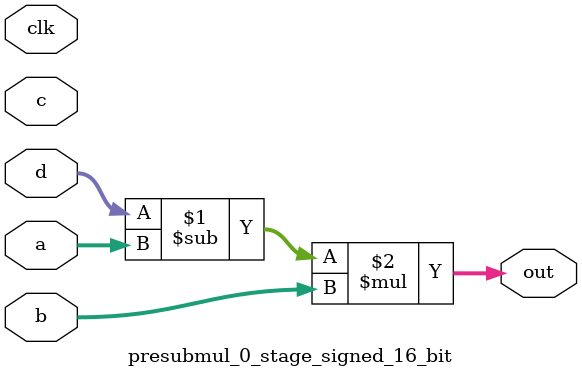
<source format=sv>
(* use_dsp = "yes" *) module presubmul_0_stage_signed_16_bit(
	input signed [15:0] a,
	input signed [15:0] b,
	input signed [15:0] c,
	input signed [15:0] d,
	output [15:0] out,
	input clk);

	assign out = (d - a) * b;
endmodule

</source>
